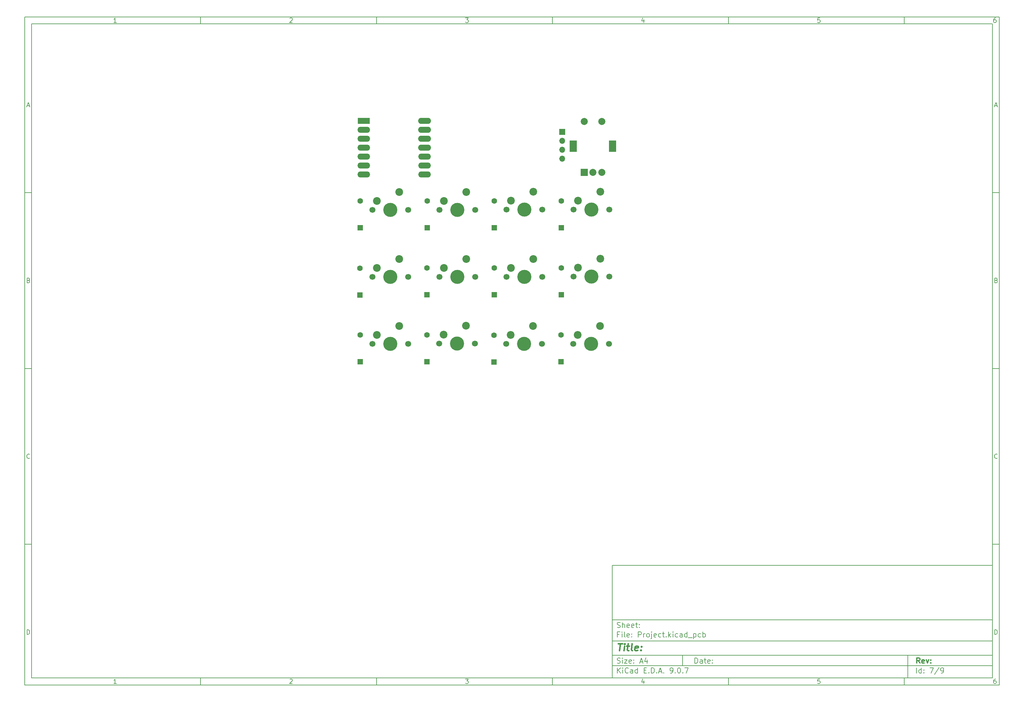
<source format=gts>
%TF.GenerationSoftware,KiCad,Pcbnew,9.0.7*%
%TF.CreationDate,2026-02-26T16:53:45+05:30*%
%TF.ProjectId,Project,50726f6a-6563-4742-9e6b-696361645f70,rev?*%
%TF.SameCoordinates,Original*%
%TF.FileFunction,Soldermask,Top*%
%TF.FilePolarity,Negative*%
%FSLAX46Y46*%
G04 Gerber Fmt 4.6, Leading zero omitted, Abs format (unit mm)*
G04 Created by KiCad (PCBNEW 9.0.7) date 2026-02-26 16:53:45*
%MOMM*%
%LPD*%
G01*
G04 APERTURE LIST*
G04 Aperture macros list*
%AMRoundRect*
0 Rectangle with rounded corners*
0 $1 Rounding radius*
0 $2 $3 $4 $5 $6 $7 $8 $9 X,Y pos of 4 corners*
0 Add a 4 corners polygon primitive as box body*
4,1,4,$2,$3,$4,$5,$6,$7,$8,$9,$2,$3,0*
0 Add four circle primitives for the rounded corners*
1,1,$1+$1,$2,$3*
1,1,$1+$1,$4,$5*
1,1,$1+$1,$6,$7*
1,1,$1+$1,$8,$9*
0 Add four rect primitives between the rounded corners*
20,1,$1+$1,$2,$3,$4,$5,0*
20,1,$1+$1,$4,$5,$6,$7,0*
20,1,$1+$1,$6,$7,$8,$9,0*
20,1,$1+$1,$8,$9,$2,$3,0*%
G04 Aperture macros list end*
%ADD10C,0.100000*%
%ADD11C,0.150000*%
%ADD12C,0.300000*%
%ADD13C,0.400000*%
%ADD14C,1.600000*%
%ADD15RoundRect,0.250000X0.550000X-0.550000X0.550000X0.550000X-0.550000X0.550000X-0.550000X-0.550000X0*%
%ADD16C,2.200000*%
%ADD17C,1.700000*%
%ADD18C,4.000000*%
%ADD19R,1.700000X1.700000*%
%ADD20O,1.700000X1.700000*%
%ADD21R,3.500000X1.700000*%
%ADD22O,3.600000X1.700000*%
%ADD23O,3.700000X1.700000*%
%ADD24R,2.000000X2.000000*%
%ADD25C,2.000000*%
%ADD26R,2.000000X3.200000*%
G04 APERTURE END LIST*
D10*
D11*
X177002200Y-166007200D02*
X285002200Y-166007200D01*
X285002200Y-198007200D01*
X177002200Y-198007200D01*
X177002200Y-166007200D01*
D10*
D11*
X10000000Y-10000000D02*
X287002200Y-10000000D01*
X287002200Y-200007200D01*
X10000000Y-200007200D01*
X10000000Y-10000000D01*
D10*
D11*
X12000000Y-12000000D02*
X285002200Y-12000000D01*
X285002200Y-198007200D01*
X12000000Y-198007200D01*
X12000000Y-12000000D01*
D10*
D11*
X60000000Y-12000000D02*
X60000000Y-10000000D01*
D10*
D11*
X110000000Y-12000000D02*
X110000000Y-10000000D01*
D10*
D11*
X160000000Y-12000000D02*
X160000000Y-10000000D01*
D10*
D11*
X210000000Y-12000000D02*
X210000000Y-10000000D01*
D10*
D11*
X260000000Y-12000000D02*
X260000000Y-10000000D01*
D10*
D11*
X36089160Y-11593604D02*
X35346303Y-11593604D01*
X35717731Y-11593604D02*
X35717731Y-10293604D01*
X35717731Y-10293604D02*
X35593922Y-10479319D01*
X35593922Y-10479319D02*
X35470112Y-10603128D01*
X35470112Y-10603128D02*
X35346303Y-10665033D01*
D10*
D11*
X85346303Y-10417414D02*
X85408207Y-10355509D01*
X85408207Y-10355509D02*
X85532017Y-10293604D01*
X85532017Y-10293604D02*
X85841541Y-10293604D01*
X85841541Y-10293604D02*
X85965350Y-10355509D01*
X85965350Y-10355509D02*
X86027255Y-10417414D01*
X86027255Y-10417414D02*
X86089160Y-10541223D01*
X86089160Y-10541223D02*
X86089160Y-10665033D01*
X86089160Y-10665033D02*
X86027255Y-10850747D01*
X86027255Y-10850747D02*
X85284398Y-11593604D01*
X85284398Y-11593604D02*
X86089160Y-11593604D01*
D10*
D11*
X135284398Y-10293604D02*
X136089160Y-10293604D01*
X136089160Y-10293604D02*
X135655826Y-10788842D01*
X135655826Y-10788842D02*
X135841541Y-10788842D01*
X135841541Y-10788842D02*
X135965350Y-10850747D01*
X135965350Y-10850747D02*
X136027255Y-10912652D01*
X136027255Y-10912652D02*
X136089160Y-11036461D01*
X136089160Y-11036461D02*
X136089160Y-11345985D01*
X136089160Y-11345985D02*
X136027255Y-11469795D01*
X136027255Y-11469795D02*
X135965350Y-11531700D01*
X135965350Y-11531700D02*
X135841541Y-11593604D01*
X135841541Y-11593604D02*
X135470112Y-11593604D01*
X135470112Y-11593604D02*
X135346303Y-11531700D01*
X135346303Y-11531700D02*
X135284398Y-11469795D01*
D10*
D11*
X185965350Y-10726938D02*
X185965350Y-11593604D01*
X185655826Y-10231700D02*
X185346303Y-11160271D01*
X185346303Y-11160271D02*
X186151064Y-11160271D01*
D10*
D11*
X236027255Y-10293604D02*
X235408207Y-10293604D01*
X235408207Y-10293604D02*
X235346303Y-10912652D01*
X235346303Y-10912652D02*
X235408207Y-10850747D01*
X235408207Y-10850747D02*
X235532017Y-10788842D01*
X235532017Y-10788842D02*
X235841541Y-10788842D01*
X235841541Y-10788842D02*
X235965350Y-10850747D01*
X235965350Y-10850747D02*
X236027255Y-10912652D01*
X236027255Y-10912652D02*
X236089160Y-11036461D01*
X236089160Y-11036461D02*
X236089160Y-11345985D01*
X236089160Y-11345985D02*
X236027255Y-11469795D01*
X236027255Y-11469795D02*
X235965350Y-11531700D01*
X235965350Y-11531700D02*
X235841541Y-11593604D01*
X235841541Y-11593604D02*
X235532017Y-11593604D01*
X235532017Y-11593604D02*
X235408207Y-11531700D01*
X235408207Y-11531700D02*
X235346303Y-11469795D01*
D10*
D11*
X285965350Y-10293604D02*
X285717731Y-10293604D01*
X285717731Y-10293604D02*
X285593922Y-10355509D01*
X285593922Y-10355509D02*
X285532017Y-10417414D01*
X285532017Y-10417414D02*
X285408207Y-10603128D01*
X285408207Y-10603128D02*
X285346303Y-10850747D01*
X285346303Y-10850747D02*
X285346303Y-11345985D01*
X285346303Y-11345985D02*
X285408207Y-11469795D01*
X285408207Y-11469795D02*
X285470112Y-11531700D01*
X285470112Y-11531700D02*
X285593922Y-11593604D01*
X285593922Y-11593604D02*
X285841541Y-11593604D01*
X285841541Y-11593604D02*
X285965350Y-11531700D01*
X285965350Y-11531700D02*
X286027255Y-11469795D01*
X286027255Y-11469795D02*
X286089160Y-11345985D01*
X286089160Y-11345985D02*
X286089160Y-11036461D01*
X286089160Y-11036461D02*
X286027255Y-10912652D01*
X286027255Y-10912652D02*
X285965350Y-10850747D01*
X285965350Y-10850747D02*
X285841541Y-10788842D01*
X285841541Y-10788842D02*
X285593922Y-10788842D01*
X285593922Y-10788842D02*
X285470112Y-10850747D01*
X285470112Y-10850747D02*
X285408207Y-10912652D01*
X285408207Y-10912652D02*
X285346303Y-11036461D01*
D10*
D11*
X60000000Y-198007200D02*
X60000000Y-200007200D01*
D10*
D11*
X110000000Y-198007200D02*
X110000000Y-200007200D01*
D10*
D11*
X160000000Y-198007200D02*
X160000000Y-200007200D01*
D10*
D11*
X210000000Y-198007200D02*
X210000000Y-200007200D01*
D10*
D11*
X260000000Y-198007200D02*
X260000000Y-200007200D01*
D10*
D11*
X36089160Y-199600804D02*
X35346303Y-199600804D01*
X35717731Y-199600804D02*
X35717731Y-198300804D01*
X35717731Y-198300804D02*
X35593922Y-198486519D01*
X35593922Y-198486519D02*
X35470112Y-198610328D01*
X35470112Y-198610328D02*
X35346303Y-198672233D01*
D10*
D11*
X85346303Y-198424614D02*
X85408207Y-198362709D01*
X85408207Y-198362709D02*
X85532017Y-198300804D01*
X85532017Y-198300804D02*
X85841541Y-198300804D01*
X85841541Y-198300804D02*
X85965350Y-198362709D01*
X85965350Y-198362709D02*
X86027255Y-198424614D01*
X86027255Y-198424614D02*
X86089160Y-198548423D01*
X86089160Y-198548423D02*
X86089160Y-198672233D01*
X86089160Y-198672233D02*
X86027255Y-198857947D01*
X86027255Y-198857947D02*
X85284398Y-199600804D01*
X85284398Y-199600804D02*
X86089160Y-199600804D01*
D10*
D11*
X135284398Y-198300804D02*
X136089160Y-198300804D01*
X136089160Y-198300804D02*
X135655826Y-198796042D01*
X135655826Y-198796042D02*
X135841541Y-198796042D01*
X135841541Y-198796042D02*
X135965350Y-198857947D01*
X135965350Y-198857947D02*
X136027255Y-198919852D01*
X136027255Y-198919852D02*
X136089160Y-199043661D01*
X136089160Y-199043661D02*
X136089160Y-199353185D01*
X136089160Y-199353185D02*
X136027255Y-199476995D01*
X136027255Y-199476995D02*
X135965350Y-199538900D01*
X135965350Y-199538900D02*
X135841541Y-199600804D01*
X135841541Y-199600804D02*
X135470112Y-199600804D01*
X135470112Y-199600804D02*
X135346303Y-199538900D01*
X135346303Y-199538900D02*
X135284398Y-199476995D01*
D10*
D11*
X185965350Y-198734138D02*
X185965350Y-199600804D01*
X185655826Y-198238900D02*
X185346303Y-199167471D01*
X185346303Y-199167471D02*
X186151064Y-199167471D01*
D10*
D11*
X236027255Y-198300804D02*
X235408207Y-198300804D01*
X235408207Y-198300804D02*
X235346303Y-198919852D01*
X235346303Y-198919852D02*
X235408207Y-198857947D01*
X235408207Y-198857947D02*
X235532017Y-198796042D01*
X235532017Y-198796042D02*
X235841541Y-198796042D01*
X235841541Y-198796042D02*
X235965350Y-198857947D01*
X235965350Y-198857947D02*
X236027255Y-198919852D01*
X236027255Y-198919852D02*
X236089160Y-199043661D01*
X236089160Y-199043661D02*
X236089160Y-199353185D01*
X236089160Y-199353185D02*
X236027255Y-199476995D01*
X236027255Y-199476995D02*
X235965350Y-199538900D01*
X235965350Y-199538900D02*
X235841541Y-199600804D01*
X235841541Y-199600804D02*
X235532017Y-199600804D01*
X235532017Y-199600804D02*
X235408207Y-199538900D01*
X235408207Y-199538900D02*
X235346303Y-199476995D01*
D10*
D11*
X285965350Y-198300804D02*
X285717731Y-198300804D01*
X285717731Y-198300804D02*
X285593922Y-198362709D01*
X285593922Y-198362709D02*
X285532017Y-198424614D01*
X285532017Y-198424614D02*
X285408207Y-198610328D01*
X285408207Y-198610328D02*
X285346303Y-198857947D01*
X285346303Y-198857947D02*
X285346303Y-199353185D01*
X285346303Y-199353185D02*
X285408207Y-199476995D01*
X285408207Y-199476995D02*
X285470112Y-199538900D01*
X285470112Y-199538900D02*
X285593922Y-199600804D01*
X285593922Y-199600804D02*
X285841541Y-199600804D01*
X285841541Y-199600804D02*
X285965350Y-199538900D01*
X285965350Y-199538900D02*
X286027255Y-199476995D01*
X286027255Y-199476995D02*
X286089160Y-199353185D01*
X286089160Y-199353185D02*
X286089160Y-199043661D01*
X286089160Y-199043661D02*
X286027255Y-198919852D01*
X286027255Y-198919852D02*
X285965350Y-198857947D01*
X285965350Y-198857947D02*
X285841541Y-198796042D01*
X285841541Y-198796042D02*
X285593922Y-198796042D01*
X285593922Y-198796042D02*
X285470112Y-198857947D01*
X285470112Y-198857947D02*
X285408207Y-198919852D01*
X285408207Y-198919852D02*
X285346303Y-199043661D01*
D10*
D11*
X10000000Y-60000000D02*
X12000000Y-60000000D01*
D10*
D11*
X10000000Y-110000000D02*
X12000000Y-110000000D01*
D10*
D11*
X10000000Y-160000000D02*
X12000000Y-160000000D01*
D10*
D11*
X10690476Y-35222176D02*
X11309523Y-35222176D01*
X10566666Y-35593604D02*
X10999999Y-34293604D01*
X10999999Y-34293604D02*
X11433333Y-35593604D01*
D10*
D11*
X11092857Y-84912652D02*
X11278571Y-84974557D01*
X11278571Y-84974557D02*
X11340476Y-85036461D01*
X11340476Y-85036461D02*
X11402380Y-85160271D01*
X11402380Y-85160271D02*
X11402380Y-85345985D01*
X11402380Y-85345985D02*
X11340476Y-85469795D01*
X11340476Y-85469795D02*
X11278571Y-85531700D01*
X11278571Y-85531700D02*
X11154761Y-85593604D01*
X11154761Y-85593604D02*
X10659523Y-85593604D01*
X10659523Y-85593604D02*
X10659523Y-84293604D01*
X10659523Y-84293604D02*
X11092857Y-84293604D01*
X11092857Y-84293604D02*
X11216666Y-84355509D01*
X11216666Y-84355509D02*
X11278571Y-84417414D01*
X11278571Y-84417414D02*
X11340476Y-84541223D01*
X11340476Y-84541223D02*
X11340476Y-84665033D01*
X11340476Y-84665033D02*
X11278571Y-84788842D01*
X11278571Y-84788842D02*
X11216666Y-84850747D01*
X11216666Y-84850747D02*
X11092857Y-84912652D01*
X11092857Y-84912652D02*
X10659523Y-84912652D01*
D10*
D11*
X11402380Y-135469795D02*
X11340476Y-135531700D01*
X11340476Y-135531700D02*
X11154761Y-135593604D01*
X11154761Y-135593604D02*
X11030952Y-135593604D01*
X11030952Y-135593604D02*
X10845238Y-135531700D01*
X10845238Y-135531700D02*
X10721428Y-135407890D01*
X10721428Y-135407890D02*
X10659523Y-135284080D01*
X10659523Y-135284080D02*
X10597619Y-135036461D01*
X10597619Y-135036461D02*
X10597619Y-134850747D01*
X10597619Y-134850747D02*
X10659523Y-134603128D01*
X10659523Y-134603128D02*
X10721428Y-134479319D01*
X10721428Y-134479319D02*
X10845238Y-134355509D01*
X10845238Y-134355509D02*
X11030952Y-134293604D01*
X11030952Y-134293604D02*
X11154761Y-134293604D01*
X11154761Y-134293604D02*
X11340476Y-134355509D01*
X11340476Y-134355509D02*
X11402380Y-134417414D01*
D10*
D11*
X10659523Y-185593604D02*
X10659523Y-184293604D01*
X10659523Y-184293604D02*
X10969047Y-184293604D01*
X10969047Y-184293604D02*
X11154761Y-184355509D01*
X11154761Y-184355509D02*
X11278571Y-184479319D01*
X11278571Y-184479319D02*
X11340476Y-184603128D01*
X11340476Y-184603128D02*
X11402380Y-184850747D01*
X11402380Y-184850747D02*
X11402380Y-185036461D01*
X11402380Y-185036461D02*
X11340476Y-185284080D01*
X11340476Y-185284080D02*
X11278571Y-185407890D01*
X11278571Y-185407890D02*
X11154761Y-185531700D01*
X11154761Y-185531700D02*
X10969047Y-185593604D01*
X10969047Y-185593604D02*
X10659523Y-185593604D01*
D10*
D11*
X287002200Y-60000000D02*
X285002200Y-60000000D01*
D10*
D11*
X287002200Y-110000000D02*
X285002200Y-110000000D01*
D10*
D11*
X287002200Y-160000000D02*
X285002200Y-160000000D01*
D10*
D11*
X285692676Y-35222176D02*
X286311723Y-35222176D01*
X285568866Y-35593604D02*
X286002199Y-34293604D01*
X286002199Y-34293604D02*
X286435533Y-35593604D01*
D10*
D11*
X286095057Y-84912652D02*
X286280771Y-84974557D01*
X286280771Y-84974557D02*
X286342676Y-85036461D01*
X286342676Y-85036461D02*
X286404580Y-85160271D01*
X286404580Y-85160271D02*
X286404580Y-85345985D01*
X286404580Y-85345985D02*
X286342676Y-85469795D01*
X286342676Y-85469795D02*
X286280771Y-85531700D01*
X286280771Y-85531700D02*
X286156961Y-85593604D01*
X286156961Y-85593604D02*
X285661723Y-85593604D01*
X285661723Y-85593604D02*
X285661723Y-84293604D01*
X285661723Y-84293604D02*
X286095057Y-84293604D01*
X286095057Y-84293604D02*
X286218866Y-84355509D01*
X286218866Y-84355509D02*
X286280771Y-84417414D01*
X286280771Y-84417414D02*
X286342676Y-84541223D01*
X286342676Y-84541223D02*
X286342676Y-84665033D01*
X286342676Y-84665033D02*
X286280771Y-84788842D01*
X286280771Y-84788842D02*
X286218866Y-84850747D01*
X286218866Y-84850747D02*
X286095057Y-84912652D01*
X286095057Y-84912652D02*
X285661723Y-84912652D01*
D10*
D11*
X286404580Y-135469795D02*
X286342676Y-135531700D01*
X286342676Y-135531700D02*
X286156961Y-135593604D01*
X286156961Y-135593604D02*
X286033152Y-135593604D01*
X286033152Y-135593604D02*
X285847438Y-135531700D01*
X285847438Y-135531700D02*
X285723628Y-135407890D01*
X285723628Y-135407890D02*
X285661723Y-135284080D01*
X285661723Y-135284080D02*
X285599819Y-135036461D01*
X285599819Y-135036461D02*
X285599819Y-134850747D01*
X285599819Y-134850747D02*
X285661723Y-134603128D01*
X285661723Y-134603128D02*
X285723628Y-134479319D01*
X285723628Y-134479319D02*
X285847438Y-134355509D01*
X285847438Y-134355509D02*
X286033152Y-134293604D01*
X286033152Y-134293604D02*
X286156961Y-134293604D01*
X286156961Y-134293604D02*
X286342676Y-134355509D01*
X286342676Y-134355509D02*
X286404580Y-134417414D01*
D10*
D11*
X285661723Y-185593604D02*
X285661723Y-184293604D01*
X285661723Y-184293604D02*
X285971247Y-184293604D01*
X285971247Y-184293604D02*
X286156961Y-184355509D01*
X286156961Y-184355509D02*
X286280771Y-184479319D01*
X286280771Y-184479319D02*
X286342676Y-184603128D01*
X286342676Y-184603128D02*
X286404580Y-184850747D01*
X286404580Y-184850747D02*
X286404580Y-185036461D01*
X286404580Y-185036461D02*
X286342676Y-185284080D01*
X286342676Y-185284080D02*
X286280771Y-185407890D01*
X286280771Y-185407890D02*
X286156961Y-185531700D01*
X286156961Y-185531700D02*
X285971247Y-185593604D01*
X285971247Y-185593604D02*
X285661723Y-185593604D01*
D10*
D11*
X200458026Y-193793328D02*
X200458026Y-192293328D01*
X200458026Y-192293328D02*
X200815169Y-192293328D01*
X200815169Y-192293328D02*
X201029455Y-192364757D01*
X201029455Y-192364757D02*
X201172312Y-192507614D01*
X201172312Y-192507614D02*
X201243741Y-192650471D01*
X201243741Y-192650471D02*
X201315169Y-192936185D01*
X201315169Y-192936185D02*
X201315169Y-193150471D01*
X201315169Y-193150471D02*
X201243741Y-193436185D01*
X201243741Y-193436185D02*
X201172312Y-193579042D01*
X201172312Y-193579042D02*
X201029455Y-193721900D01*
X201029455Y-193721900D02*
X200815169Y-193793328D01*
X200815169Y-193793328D02*
X200458026Y-193793328D01*
X202600884Y-193793328D02*
X202600884Y-193007614D01*
X202600884Y-193007614D02*
X202529455Y-192864757D01*
X202529455Y-192864757D02*
X202386598Y-192793328D01*
X202386598Y-192793328D02*
X202100884Y-192793328D01*
X202100884Y-192793328D02*
X201958026Y-192864757D01*
X202600884Y-193721900D02*
X202458026Y-193793328D01*
X202458026Y-193793328D02*
X202100884Y-193793328D01*
X202100884Y-193793328D02*
X201958026Y-193721900D01*
X201958026Y-193721900D02*
X201886598Y-193579042D01*
X201886598Y-193579042D02*
X201886598Y-193436185D01*
X201886598Y-193436185D02*
X201958026Y-193293328D01*
X201958026Y-193293328D02*
X202100884Y-193221900D01*
X202100884Y-193221900D02*
X202458026Y-193221900D01*
X202458026Y-193221900D02*
X202600884Y-193150471D01*
X203100884Y-192793328D02*
X203672312Y-192793328D01*
X203315169Y-192293328D02*
X203315169Y-193579042D01*
X203315169Y-193579042D02*
X203386598Y-193721900D01*
X203386598Y-193721900D02*
X203529455Y-193793328D01*
X203529455Y-193793328D02*
X203672312Y-193793328D01*
X204743741Y-193721900D02*
X204600884Y-193793328D01*
X204600884Y-193793328D02*
X204315170Y-193793328D01*
X204315170Y-193793328D02*
X204172312Y-193721900D01*
X204172312Y-193721900D02*
X204100884Y-193579042D01*
X204100884Y-193579042D02*
X204100884Y-193007614D01*
X204100884Y-193007614D02*
X204172312Y-192864757D01*
X204172312Y-192864757D02*
X204315170Y-192793328D01*
X204315170Y-192793328D02*
X204600884Y-192793328D01*
X204600884Y-192793328D02*
X204743741Y-192864757D01*
X204743741Y-192864757D02*
X204815170Y-193007614D01*
X204815170Y-193007614D02*
X204815170Y-193150471D01*
X204815170Y-193150471D02*
X204100884Y-193293328D01*
X205458026Y-193650471D02*
X205529455Y-193721900D01*
X205529455Y-193721900D02*
X205458026Y-193793328D01*
X205458026Y-193793328D02*
X205386598Y-193721900D01*
X205386598Y-193721900D02*
X205458026Y-193650471D01*
X205458026Y-193650471D02*
X205458026Y-193793328D01*
X205458026Y-192864757D02*
X205529455Y-192936185D01*
X205529455Y-192936185D02*
X205458026Y-193007614D01*
X205458026Y-193007614D02*
X205386598Y-192936185D01*
X205386598Y-192936185D02*
X205458026Y-192864757D01*
X205458026Y-192864757D02*
X205458026Y-193007614D01*
D10*
D11*
X177002200Y-194507200D02*
X285002200Y-194507200D01*
D10*
D11*
X178458026Y-196593328D02*
X178458026Y-195093328D01*
X179315169Y-196593328D02*
X178672312Y-195736185D01*
X179315169Y-195093328D02*
X178458026Y-195950471D01*
X179958026Y-196593328D02*
X179958026Y-195593328D01*
X179958026Y-195093328D02*
X179886598Y-195164757D01*
X179886598Y-195164757D02*
X179958026Y-195236185D01*
X179958026Y-195236185D02*
X180029455Y-195164757D01*
X180029455Y-195164757D02*
X179958026Y-195093328D01*
X179958026Y-195093328D02*
X179958026Y-195236185D01*
X181529455Y-196450471D02*
X181458027Y-196521900D01*
X181458027Y-196521900D02*
X181243741Y-196593328D01*
X181243741Y-196593328D02*
X181100884Y-196593328D01*
X181100884Y-196593328D02*
X180886598Y-196521900D01*
X180886598Y-196521900D02*
X180743741Y-196379042D01*
X180743741Y-196379042D02*
X180672312Y-196236185D01*
X180672312Y-196236185D02*
X180600884Y-195950471D01*
X180600884Y-195950471D02*
X180600884Y-195736185D01*
X180600884Y-195736185D02*
X180672312Y-195450471D01*
X180672312Y-195450471D02*
X180743741Y-195307614D01*
X180743741Y-195307614D02*
X180886598Y-195164757D01*
X180886598Y-195164757D02*
X181100884Y-195093328D01*
X181100884Y-195093328D02*
X181243741Y-195093328D01*
X181243741Y-195093328D02*
X181458027Y-195164757D01*
X181458027Y-195164757D02*
X181529455Y-195236185D01*
X182815170Y-196593328D02*
X182815170Y-195807614D01*
X182815170Y-195807614D02*
X182743741Y-195664757D01*
X182743741Y-195664757D02*
X182600884Y-195593328D01*
X182600884Y-195593328D02*
X182315170Y-195593328D01*
X182315170Y-195593328D02*
X182172312Y-195664757D01*
X182815170Y-196521900D02*
X182672312Y-196593328D01*
X182672312Y-196593328D02*
X182315170Y-196593328D01*
X182315170Y-196593328D02*
X182172312Y-196521900D01*
X182172312Y-196521900D02*
X182100884Y-196379042D01*
X182100884Y-196379042D02*
X182100884Y-196236185D01*
X182100884Y-196236185D02*
X182172312Y-196093328D01*
X182172312Y-196093328D02*
X182315170Y-196021900D01*
X182315170Y-196021900D02*
X182672312Y-196021900D01*
X182672312Y-196021900D02*
X182815170Y-195950471D01*
X184172313Y-196593328D02*
X184172313Y-195093328D01*
X184172313Y-196521900D02*
X184029455Y-196593328D01*
X184029455Y-196593328D02*
X183743741Y-196593328D01*
X183743741Y-196593328D02*
X183600884Y-196521900D01*
X183600884Y-196521900D02*
X183529455Y-196450471D01*
X183529455Y-196450471D02*
X183458027Y-196307614D01*
X183458027Y-196307614D02*
X183458027Y-195879042D01*
X183458027Y-195879042D02*
X183529455Y-195736185D01*
X183529455Y-195736185D02*
X183600884Y-195664757D01*
X183600884Y-195664757D02*
X183743741Y-195593328D01*
X183743741Y-195593328D02*
X184029455Y-195593328D01*
X184029455Y-195593328D02*
X184172313Y-195664757D01*
X186029455Y-195807614D02*
X186529455Y-195807614D01*
X186743741Y-196593328D02*
X186029455Y-196593328D01*
X186029455Y-196593328D02*
X186029455Y-195093328D01*
X186029455Y-195093328D02*
X186743741Y-195093328D01*
X187386598Y-196450471D02*
X187458027Y-196521900D01*
X187458027Y-196521900D02*
X187386598Y-196593328D01*
X187386598Y-196593328D02*
X187315170Y-196521900D01*
X187315170Y-196521900D02*
X187386598Y-196450471D01*
X187386598Y-196450471D02*
X187386598Y-196593328D01*
X188100884Y-196593328D02*
X188100884Y-195093328D01*
X188100884Y-195093328D02*
X188458027Y-195093328D01*
X188458027Y-195093328D02*
X188672313Y-195164757D01*
X188672313Y-195164757D02*
X188815170Y-195307614D01*
X188815170Y-195307614D02*
X188886599Y-195450471D01*
X188886599Y-195450471D02*
X188958027Y-195736185D01*
X188958027Y-195736185D02*
X188958027Y-195950471D01*
X188958027Y-195950471D02*
X188886599Y-196236185D01*
X188886599Y-196236185D02*
X188815170Y-196379042D01*
X188815170Y-196379042D02*
X188672313Y-196521900D01*
X188672313Y-196521900D02*
X188458027Y-196593328D01*
X188458027Y-196593328D02*
X188100884Y-196593328D01*
X189600884Y-196450471D02*
X189672313Y-196521900D01*
X189672313Y-196521900D02*
X189600884Y-196593328D01*
X189600884Y-196593328D02*
X189529456Y-196521900D01*
X189529456Y-196521900D02*
X189600884Y-196450471D01*
X189600884Y-196450471D02*
X189600884Y-196593328D01*
X190243742Y-196164757D02*
X190958028Y-196164757D01*
X190100885Y-196593328D02*
X190600885Y-195093328D01*
X190600885Y-195093328D02*
X191100885Y-196593328D01*
X191600884Y-196450471D02*
X191672313Y-196521900D01*
X191672313Y-196521900D02*
X191600884Y-196593328D01*
X191600884Y-196593328D02*
X191529456Y-196521900D01*
X191529456Y-196521900D02*
X191600884Y-196450471D01*
X191600884Y-196450471D02*
X191600884Y-196593328D01*
X193529456Y-196593328D02*
X193815170Y-196593328D01*
X193815170Y-196593328D02*
X193958027Y-196521900D01*
X193958027Y-196521900D02*
X194029456Y-196450471D01*
X194029456Y-196450471D02*
X194172313Y-196236185D01*
X194172313Y-196236185D02*
X194243742Y-195950471D01*
X194243742Y-195950471D02*
X194243742Y-195379042D01*
X194243742Y-195379042D02*
X194172313Y-195236185D01*
X194172313Y-195236185D02*
X194100885Y-195164757D01*
X194100885Y-195164757D02*
X193958027Y-195093328D01*
X193958027Y-195093328D02*
X193672313Y-195093328D01*
X193672313Y-195093328D02*
X193529456Y-195164757D01*
X193529456Y-195164757D02*
X193458027Y-195236185D01*
X193458027Y-195236185D02*
X193386599Y-195379042D01*
X193386599Y-195379042D02*
X193386599Y-195736185D01*
X193386599Y-195736185D02*
X193458027Y-195879042D01*
X193458027Y-195879042D02*
X193529456Y-195950471D01*
X193529456Y-195950471D02*
X193672313Y-196021900D01*
X193672313Y-196021900D02*
X193958027Y-196021900D01*
X193958027Y-196021900D02*
X194100885Y-195950471D01*
X194100885Y-195950471D02*
X194172313Y-195879042D01*
X194172313Y-195879042D02*
X194243742Y-195736185D01*
X194886598Y-196450471D02*
X194958027Y-196521900D01*
X194958027Y-196521900D02*
X194886598Y-196593328D01*
X194886598Y-196593328D02*
X194815170Y-196521900D01*
X194815170Y-196521900D02*
X194886598Y-196450471D01*
X194886598Y-196450471D02*
X194886598Y-196593328D01*
X195886599Y-195093328D02*
X196029456Y-195093328D01*
X196029456Y-195093328D02*
X196172313Y-195164757D01*
X196172313Y-195164757D02*
X196243742Y-195236185D01*
X196243742Y-195236185D02*
X196315170Y-195379042D01*
X196315170Y-195379042D02*
X196386599Y-195664757D01*
X196386599Y-195664757D02*
X196386599Y-196021900D01*
X196386599Y-196021900D02*
X196315170Y-196307614D01*
X196315170Y-196307614D02*
X196243742Y-196450471D01*
X196243742Y-196450471D02*
X196172313Y-196521900D01*
X196172313Y-196521900D02*
X196029456Y-196593328D01*
X196029456Y-196593328D02*
X195886599Y-196593328D01*
X195886599Y-196593328D02*
X195743742Y-196521900D01*
X195743742Y-196521900D02*
X195672313Y-196450471D01*
X195672313Y-196450471D02*
X195600884Y-196307614D01*
X195600884Y-196307614D02*
X195529456Y-196021900D01*
X195529456Y-196021900D02*
X195529456Y-195664757D01*
X195529456Y-195664757D02*
X195600884Y-195379042D01*
X195600884Y-195379042D02*
X195672313Y-195236185D01*
X195672313Y-195236185D02*
X195743742Y-195164757D01*
X195743742Y-195164757D02*
X195886599Y-195093328D01*
X197029455Y-196450471D02*
X197100884Y-196521900D01*
X197100884Y-196521900D02*
X197029455Y-196593328D01*
X197029455Y-196593328D02*
X196958027Y-196521900D01*
X196958027Y-196521900D02*
X197029455Y-196450471D01*
X197029455Y-196450471D02*
X197029455Y-196593328D01*
X197600884Y-195093328D02*
X198600884Y-195093328D01*
X198600884Y-195093328D02*
X197958027Y-196593328D01*
D10*
D11*
X177002200Y-191507200D02*
X285002200Y-191507200D01*
D10*
D12*
X264413853Y-193785528D02*
X263913853Y-193071242D01*
X263556710Y-193785528D02*
X263556710Y-192285528D01*
X263556710Y-192285528D02*
X264128139Y-192285528D01*
X264128139Y-192285528D02*
X264270996Y-192356957D01*
X264270996Y-192356957D02*
X264342425Y-192428385D01*
X264342425Y-192428385D02*
X264413853Y-192571242D01*
X264413853Y-192571242D02*
X264413853Y-192785528D01*
X264413853Y-192785528D02*
X264342425Y-192928385D01*
X264342425Y-192928385D02*
X264270996Y-192999814D01*
X264270996Y-192999814D02*
X264128139Y-193071242D01*
X264128139Y-193071242D02*
X263556710Y-193071242D01*
X265628139Y-193714100D02*
X265485282Y-193785528D01*
X265485282Y-193785528D02*
X265199568Y-193785528D01*
X265199568Y-193785528D02*
X265056710Y-193714100D01*
X265056710Y-193714100D02*
X264985282Y-193571242D01*
X264985282Y-193571242D02*
X264985282Y-192999814D01*
X264985282Y-192999814D02*
X265056710Y-192856957D01*
X265056710Y-192856957D02*
X265199568Y-192785528D01*
X265199568Y-192785528D02*
X265485282Y-192785528D01*
X265485282Y-192785528D02*
X265628139Y-192856957D01*
X265628139Y-192856957D02*
X265699568Y-192999814D01*
X265699568Y-192999814D02*
X265699568Y-193142671D01*
X265699568Y-193142671D02*
X264985282Y-193285528D01*
X266199567Y-192785528D02*
X266556710Y-193785528D01*
X266556710Y-193785528D02*
X266913853Y-192785528D01*
X267485281Y-193642671D02*
X267556710Y-193714100D01*
X267556710Y-193714100D02*
X267485281Y-193785528D01*
X267485281Y-193785528D02*
X267413853Y-193714100D01*
X267413853Y-193714100D02*
X267485281Y-193642671D01*
X267485281Y-193642671D02*
X267485281Y-193785528D01*
X267485281Y-192856957D02*
X267556710Y-192928385D01*
X267556710Y-192928385D02*
X267485281Y-192999814D01*
X267485281Y-192999814D02*
X267413853Y-192928385D01*
X267413853Y-192928385D02*
X267485281Y-192856957D01*
X267485281Y-192856957D02*
X267485281Y-192999814D01*
D10*
D11*
X178386598Y-193721900D02*
X178600884Y-193793328D01*
X178600884Y-193793328D02*
X178958026Y-193793328D01*
X178958026Y-193793328D02*
X179100884Y-193721900D01*
X179100884Y-193721900D02*
X179172312Y-193650471D01*
X179172312Y-193650471D02*
X179243741Y-193507614D01*
X179243741Y-193507614D02*
X179243741Y-193364757D01*
X179243741Y-193364757D02*
X179172312Y-193221900D01*
X179172312Y-193221900D02*
X179100884Y-193150471D01*
X179100884Y-193150471D02*
X178958026Y-193079042D01*
X178958026Y-193079042D02*
X178672312Y-193007614D01*
X178672312Y-193007614D02*
X178529455Y-192936185D01*
X178529455Y-192936185D02*
X178458026Y-192864757D01*
X178458026Y-192864757D02*
X178386598Y-192721900D01*
X178386598Y-192721900D02*
X178386598Y-192579042D01*
X178386598Y-192579042D02*
X178458026Y-192436185D01*
X178458026Y-192436185D02*
X178529455Y-192364757D01*
X178529455Y-192364757D02*
X178672312Y-192293328D01*
X178672312Y-192293328D02*
X179029455Y-192293328D01*
X179029455Y-192293328D02*
X179243741Y-192364757D01*
X179886597Y-193793328D02*
X179886597Y-192793328D01*
X179886597Y-192293328D02*
X179815169Y-192364757D01*
X179815169Y-192364757D02*
X179886597Y-192436185D01*
X179886597Y-192436185D02*
X179958026Y-192364757D01*
X179958026Y-192364757D02*
X179886597Y-192293328D01*
X179886597Y-192293328D02*
X179886597Y-192436185D01*
X180458026Y-192793328D02*
X181243741Y-192793328D01*
X181243741Y-192793328D02*
X180458026Y-193793328D01*
X180458026Y-193793328D02*
X181243741Y-193793328D01*
X182386598Y-193721900D02*
X182243741Y-193793328D01*
X182243741Y-193793328D02*
X181958027Y-193793328D01*
X181958027Y-193793328D02*
X181815169Y-193721900D01*
X181815169Y-193721900D02*
X181743741Y-193579042D01*
X181743741Y-193579042D02*
X181743741Y-193007614D01*
X181743741Y-193007614D02*
X181815169Y-192864757D01*
X181815169Y-192864757D02*
X181958027Y-192793328D01*
X181958027Y-192793328D02*
X182243741Y-192793328D01*
X182243741Y-192793328D02*
X182386598Y-192864757D01*
X182386598Y-192864757D02*
X182458027Y-193007614D01*
X182458027Y-193007614D02*
X182458027Y-193150471D01*
X182458027Y-193150471D02*
X181743741Y-193293328D01*
X183100883Y-193650471D02*
X183172312Y-193721900D01*
X183172312Y-193721900D02*
X183100883Y-193793328D01*
X183100883Y-193793328D02*
X183029455Y-193721900D01*
X183029455Y-193721900D02*
X183100883Y-193650471D01*
X183100883Y-193650471D02*
X183100883Y-193793328D01*
X183100883Y-192864757D02*
X183172312Y-192936185D01*
X183172312Y-192936185D02*
X183100883Y-193007614D01*
X183100883Y-193007614D02*
X183029455Y-192936185D01*
X183029455Y-192936185D02*
X183100883Y-192864757D01*
X183100883Y-192864757D02*
X183100883Y-193007614D01*
X184886598Y-193364757D02*
X185600884Y-193364757D01*
X184743741Y-193793328D02*
X185243741Y-192293328D01*
X185243741Y-192293328D02*
X185743741Y-193793328D01*
X186886598Y-192793328D02*
X186886598Y-193793328D01*
X186529455Y-192221900D02*
X186172312Y-193293328D01*
X186172312Y-193293328D02*
X187100883Y-193293328D01*
D10*
D11*
X263458026Y-196593328D02*
X263458026Y-195093328D01*
X264815170Y-196593328D02*
X264815170Y-195093328D01*
X264815170Y-196521900D02*
X264672312Y-196593328D01*
X264672312Y-196593328D02*
X264386598Y-196593328D01*
X264386598Y-196593328D02*
X264243741Y-196521900D01*
X264243741Y-196521900D02*
X264172312Y-196450471D01*
X264172312Y-196450471D02*
X264100884Y-196307614D01*
X264100884Y-196307614D02*
X264100884Y-195879042D01*
X264100884Y-195879042D02*
X264172312Y-195736185D01*
X264172312Y-195736185D02*
X264243741Y-195664757D01*
X264243741Y-195664757D02*
X264386598Y-195593328D01*
X264386598Y-195593328D02*
X264672312Y-195593328D01*
X264672312Y-195593328D02*
X264815170Y-195664757D01*
X265529455Y-196450471D02*
X265600884Y-196521900D01*
X265600884Y-196521900D02*
X265529455Y-196593328D01*
X265529455Y-196593328D02*
X265458027Y-196521900D01*
X265458027Y-196521900D02*
X265529455Y-196450471D01*
X265529455Y-196450471D02*
X265529455Y-196593328D01*
X265529455Y-195664757D02*
X265600884Y-195736185D01*
X265600884Y-195736185D02*
X265529455Y-195807614D01*
X265529455Y-195807614D02*
X265458027Y-195736185D01*
X265458027Y-195736185D02*
X265529455Y-195664757D01*
X265529455Y-195664757D02*
X265529455Y-195807614D01*
X267243741Y-195093328D02*
X268243741Y-195093328D01*
X268243741Y-195093328D02*
X267600884Y-196593328D01*
X269886598Y-195021900D02*
X268600884Y-196950471D01*
X270458027Y-196593328D02*
X270743741Y-196593328D01*
X270743741Y-196593328D02*
X270886598Y-196521900D01*
X270886598Y-196521900D02*
X270958027Y-196450471D01*
X270958027Y-196450471D02*
X271100884Y-196236185D01*
X271100884Y-196236185D02*
X271172313Y-195950471D01*
X271172313Y-195950471D02*
X271172313Y-195379042D01*
X271172313Y-195379042D02*
X271100884Y-195236185D01*
X271100884Y-195236185D02*
X271029456Y-195164757D01*
X271029456Y-195164757D02*
X270886598Y-195093328D01*
X270886598Y-195093328D02*
X270600884Y-195093328D01*
X270600884Y-195093328D02*
X270458027Y-195164757D01*
X270458027Y-195164757D02*
X270386598Y-195236185D01*
X270386598Y-195236185D02*
X270315170Y-195379042D01*
X270315170Y-195379042D02*
X270315170Y-195736185D01*
X270315170Y-195736185D02*
X270386598Y-195879042D01*
X270386598Y-195879042D02*
X270458027Y-195950471D01*
X270458027Y-195950471D02*
X270600884Y-196021900D01*
X270600884Y-196021900D02*
X270886598Y-196021900D01*
X270886598Y-196021900D02*
X271029456Y-195950471D01*
X271029456Y-195950471D02*
X271100884Y-195879042D01*
X271100884Y-195879042D02*
X271172313Y-195736185D01*
D10*
D11*
X177002200Y-187507200D02*
X285002200Y-187507200D01*
D10*
D13*
X178693928Y-188211638D02*
X179836785Y-188211638D01*
X179015357Y-190211638D02*
X179265357Y-188211638D01*
X180253452Y-190211638D02*
X180420119Y-188878304D01*
X180503452Y-188211638D02*
X180396309Y-188306876D01*
X180396309Y-188306876D02*
X180479643Y-188402114D01*
X180479643Y-188402114D02*
X180586786Y-188306876D01*
X180586786Y-188306876D02*
X180503452Y-188211638D01*
X180503452Y-188211638D02*
X180479643Y-188402114D01*
X181086786Y-188878304D02*
X181848690Y-188878304D01*
X181455833Y-188211638D02*
X181241548Y-189925923D01*
X181241548Y-189925923D02*
X181312976Y-190116400D01*
X181312976Y-190116400D02*
X181491548Y-190211638D01*
X181491548Y-190211638D02*
X181682024Y-190211638D01*
X182634405Y-190211638D02*
X182455833Y-190116400D01*
X182455833Y-190116400D02*
X182384405Y-189925923D01*
X182384405Y-189925923D02*
X182598690Y-188211638D01*
X184170119Y-190116400D02*
X183967738Y-190211638D01*
X183967738Y-190211638D02*
X183586785Y-190211638D01*
X183586785Y-190211638D02*
X183408214Y-190116400D01*
X183408214Y-190116400D02*
X183336785Y-189925923D01*
X183336785Y-189925923D02*
X183432024Y-189164019D01*
X183432024Y-189164019D02*
X183551071Y-188973542D01*
X183551071Y-188973542D02*
X183753452Y-188878304D01*
X183753452Y-188878304D02*
X184134404Y-188878304D01*
X184134404Y-188878304D02*
X184312976Y-188973542D01*
X184312976Y-188973542D02*
X184384404Y-189164019D01*
X184384404Y-189164019D02*
X184360595Y-189354495D01*
X184360595Y-189354495D02*
X183384404Y-189544971D01*
X185134405Y-190021161D02*
X185217738Y-190116400D01*
X185217738Y-190116400D02*
X185110595Y-190211638D01*
X185110595Y-190211638D02*
X185027262Y-190116400D01*
X185027262Y-190116400D02*
X185134405Y-190021161D01*
X185134405Y-190021161D02*
X185110595Y-190211638D01*
X185265357Y-188973542D02*
X185348690Y-189068780D01*
X185348690Y-189068780D02*
X185241548Y-189164019D01*
X185241548Y-189164019D02*
X185158214Y-189068780D01*
X185158214Y-189068780D02*
X185265357Y-188973542D01*
X185265357Y-188973542D02*
X185241548Y-189164019D01*
D10*
D11*
X178958026Y-185607614D02*
X178458026Y-185607614D01*
X178458026Y-186393328D02*
X178458026Y-184893328D01*
X178458026Y-184893328D02*
X179172312Y-184893328D01*
X179743740Y-186393328D02*
X179743740Y-185393328D01*
X179743740Y-184893328D02*
X179672312Y-184964757D01*
X179672312Y-184964757D02*
X179743740Y-185036185D01*
X179743740Y-185036185D02*
X179815169Y-184964757D01*
X179815169Y-184964757D02*
X179743740Y-184893328D01*
X179743740Y-184893328D02*
X179743740Y-185036185D01*
X180672312Y-186393328D02*
X180529455Y-186321900D01*
X180529455Y-186321900D02*
X180458026Y-186179042D01*
X180458026Y-186179042D02*
X180458026Y-184893328D01*
X181815169Y-186321900D02*
X181672312Y-186393328D01*
X181672312Y-186393328D02*
X181386598Y-186393328D01*
X181386598Y-186393328D02*
X181243740Y-186321900D01*
X181243740Y-186321900D02*
X181172312Y-186179042D01*
X181172312Y-186179042D02*
X181172312Y-185607614D01*
X181172312Y-185607614D02*
X181243740Y-185464757D01*
X181243740Y-185464757D02*
X181386598Y-185393328D01*
X181386598Y-185393328D02*
X181672312Y-185393328D01*
X181672312Y-185393328D02*
X181815169Y-185464757D01*
X181815169Y-185464757D02*
X181886598Y-185607614D01*
X181886598Y-185607614D02*
X181886598Y-185750471D01*
X181886598Y-185750471D02*
X181172312Y-185893328D01*
X182529454Y-186250471D02*
X182600883Y-186321900D01*
X182600883Y-186321900D02*
X182529454Y-186393328D01*
X182529454Y-186393328D02*
X182458026Y-186321900D01*
X182458026Y-186321900D02*
X182529454Y-186250471D01*
X182529454Y-186250471D02*
X182529454Y-186393328D01*
X182529454Y-185464757D02*
X182600883Y-185536185D01*
X182600883Y-185536185D02*
X182529454Y-185607614D01*
X182529454Y-185607614D02*
X182458026Y-185536185D01*
X182458026Y-185536185D02*
X182529454Y-185464757D01*
X182529454Y-185464757D02*
X182529454Y-185607614D01*
X184386597Y-186393328D02*
X184386597Y-184893328D01*
X184386597Y-184893328D02*
X184958026Y-184893328D01*
X184958026Y-184893328D02*
X185100883Y-184964757D01*
X185100883Y-184964757D02*
X185172312Y-185036185D01*
X185172312Y-185036185D02*
X185243740Y-185179042D01*
X185243740Y-185179042D02*
X185243740Y-185393328D01*
X185243740Y-185393328D02*
X185172312Y-185536185D01*
X185172312Y-185536185D02*
X185100883Y-185607614D01*
X185100883Y-185607614D02*
X184958026Y-185679042D01*
X184958026Y-185679042D02*
X184386597Y-185679042D01*
X185886597Y-186393328D02*
X185886597Y-185393328D01*
X185886597Y-185679042D02*
X185958026Y-185536185D01*
X185958026Y-185536185D02*
X186029455Y-185464757D01*
X186029455Y-185464757D02*
X186172312Y-185393328D01*
X186172312Y-185393328D02*
X186315169Y-185393328D01*
X187029454Y-186393328D02*
X186886597Y-186321900D01*
X186886597Y-186321900D02*
X186815168Y-186250471D01*
X186815168Y-186250471D02*
X186743740Y-186107614D01*
X186743740Y-186107614D02*
X186743740Y-185679042D01*
X186743740Y-185679042D02*
X186815168Y-185536185D01*
X186815168Y-185536185D02*
X186886597Y-185464757D01*
X186886597Y-185464757D02*
X187029454Y-185393328D01*
X187029454Y-185393328D02*
X187243740Y-185393328D01*
X187243740Y-185393328D02*
X187386597Y-185464757D01*
X187386597Y-185464757D02*
X187458026Y-185536185D01*
X187458026Y-185536185D02*
X187529454Y-185679042D01*
X187529454Y-185679042D02*
X187529454Y-186107614D01*
X187529454Y-186107614D02*
X187458026Y-186250471D01*
X187458026Y-186250471D02*
X187386597Y-186321900D01*
X187386597Y-186321900D02*
X187243740Y-186393328D01*
X187243740Y-186393328D02*
X187029454Y-186393328D01*
X188172311Y-185393328D02*
X188172311Y-186679042D01*
X188172311Y-186679042D02*
X188100883Y-186821900D01*
X188100883Y-186821900D02*
X187958026Y-186893328D01*
X187958026Y-186893328D02*
X187886597Y-186893328D01*
X188172311Y-184893328D02*
X188100883Y-184964757D01*
X188100883Y-184964757D02*
X188172311Y-185036185D01*
X188172311Y-185036185D02*
X188243740Y-184964757D01*
X188243740Y-184964757D02*
X188172311Y-184893328D01*
X188172311Y-184893328D02*
X188172311Y-185036185D01*
X189458026Y-186321900D02*
X189315169Y-186393328D01*
X189315169Y-186393328D02*
X189029455Y-186393328D01*
X189029455Y-186393328D02*
X188886597Y-186321900D01*
X188886597Y-186321900D02*
X188815169Y-186179042D01*
X188815169Y-186179042D02*
X188815169Y-185607614D01*
X188815169Y-185607614D02*
X188886597Y-185464757D01*
X188886597Y-185464757D02*
X189029455Y-185393328D01*
X189029455Y-185393328D02*
X189315169Y-185393328D01*
X189315169Y-185393328D02*
X189458026Y-185464757D01*
X189458026Y-185464757D02*
X189529455Y-185607614D01*
X189529455Y-185607614D02*
X189529455Y-185750471D01*
X189529455Y-185750471D02*
X188815169Y-185893328D01*
X190815169Y-186321900D02*
X190672311Y-186393328D01*
X190672311Y-186393328D02*
X190386597Y-186393328D01*
X190386597Y-186393328D02*
X190243740Y-186321900D01*
X190243740Y-186321900D02*
X190172311Y-186250471D01*
X190172311Y-186250471D02*
X190100883Y-186107614D01*
X190100883Y-186107614D02*
X190100883Y-185679042D01*
X190100883Y-185679042D02*
X190172311Y-185536185D01*
X190172311Y-185536185D02*
X190243740Y-185464757D01*
X190243740Y-185464757D02*
X190386597Y-185393328D01*
X190386597Y-185393328D02*
X190672311Y-185393328D01*
X190672311Y-185393328D02*
X190815169Y-185464757D01*
X191243740Y-185393328D02*
X191815168Y-185393328D01*
X191458025Y-184893328D02*
X191458025Y-186179042D01*
X191458025Y-186179042D02*
X191529454Y-186321900D01*
X191529454Y-186321900D02*
X191672311Y-186393328D01*
X191672311Y-186393328D02*
X191815168Y-186393328D01*
X192315168Y-186250471D02*
X192386597Y-186321900D01*
X192386597Y-186321900D02*
X192315168Y-186393328D01*
X192315168Y-186393328D02*
X192243740Y-186321900D01*
X192243740Y-186321900D02*
X192315168Y-186250471D01*
X192315168Y-186250471D02*
X192315168Y-186393328D01*
X193029454Y-186393328D02*
X193029454Y-184893328D01*
X193172312Y-185821900D02*
X193600883Y-186393328D01*
X193600883Y-185393328D02*
X193029454Y-185964757D01*
X194243740Y-186393328D02*
X194243740Y-185393328D01*
X194243740Y-184893328D02*
X194172312Y-184964757D01*
X194172312Y-184964757D02*
X194243740Y-185036185D01*
X194243740Y-185036185D02*
X194315169Y-184964757D01*
X194315169Y-184964757D02*
X194243740Y-184893328D01*
X194243740Y-184893328D02*
X194243740Y-185036185D01*
X195600884Y-186321900D02*
X195458026Y-186393328D01*
X195458026Y-186393328D02*
X195172312Y-186393328D01*
X195172312Y-186393328D02*
X195029455Y-186321900D01*
X195029455Y-186321900D02*
X194958026Y-186250471D01*
X194958026Y-186250471D02*
X194886598Y-186107614D01*
X194886598Y-186107614D02*
X194886598Y-185679042D01*
X194886598Y-185679042D02*
X194958026Y-185536185D01*
X194958026Y-185536185D02*
X195029455Y-185464757D01*
X195029455Y-185464757D02*
X195172312Y-185393328D01*
X195172312Y-185393328D02*
X195458026Y-185393328D01*
X195458026Y-185393328D02*
X195600884Y-185464757D01*
X196886598Y-186393328D02*
X196886598Y-185607614D01*
X196886598Y-185607614D02*
X196815169Y-185464757D01*
X196815169Y-185464757D02*
X196672312Y-185393328D01*
X196672312Y-185393328D02*
X196386598Y-185393328D01*
X196386598Y-185393328D02*
X196243740Y-185464757D01*
X196886598Y-186321900D02*
X196743740Y-186393328D01*
X196743740Y-186393328D02*
X196386598Y-186393328D01*
X196386598Y-186393328D02*
X196243740Y-186321900D01*
X196243740Y-186321900D02*
X196172312Y-186179042D01*
X196172312Y-186179042D02*
X196172312Y-186036185D01*
X196172312Y-186036185D02*
X196243740Y-185893328D01*
X196243740Y-185893328D02*
X196386598Y-185821900D01*
X196386598Y-185821900D02*
X196743740Y-185821900D01*
X196743740Y-185821900D02*
X196886598Y-185750471D01*
X198243741Y-186393328D02*
X198243741Y-184893328D01*
X198243741Y-186321900D02*
X198100883Y-186393328D01*
X198100883Y-186393328D02*
X197815169Y-186393328D01*
X197815169Y-186393328D02*
X197672312Y-186321900D01*
X197672312Y-186321900D02*
X197600883Y-186250471D01*
X197600883Y-186250471D02*
X197529455Y-186107614D01*
X197529455Y-186107614D02*
X197529455Y-185679042D01*
X197529455Y-185679042D02*
X197600883Y-185536185D01*
X197600883Y-185536185D02*
X197672312Y-185464757D01*
X197672312Y-185464757D02*
X197815169Y-185393328D01*
X197815169Y-185393328D02*
X198100883Y-185393328D01*
X198100883Y-185393328D02*
X198243741Y-185464757D01*
X198600884Y-186536185D02*
X199743741Y-186536185D01*
X200100883Y-185393328D02*
X200100883Y-186893328D01*
X200100883Y-185464757D02*
X200243741Y-185393328D01*
X200243741Y-185393328D02*
X200529455Y-185393328D01*
X200529455Y-185393328D02*
X200672312Y-185464757D01*
X200672312Y-185464757D02*
X200743741Y-185536185D01*
X200743741Y-185536185D02*
X200815169Y-185679042D01*
X200815169Y-185679042D02*
X200815169Y-186107614D01*
X200815169Y-186107614D02*
X200743741Y-186250471D01*
X200743741Y-186250471D02*
X200672312Y-186321900D01*
X200672312Y-186321900D02*
X200529455Y-186393328D01*
X200529455Y-186393328D02*
X200243741Y-186393328D01*
X200243741Y-186393328D02*
X200100883Y-186321900D01*
X202100884Y-186321900D02*
X201958026Y-186393328D01*
X201958026Y-186393328D02*
X201672312Y-186393328D01*
X201672312Y-186393328D02*
X201529455Y-186321900D01*
X201529455Y-186321900D02*
X201458026Y-186250471D01*
X201458026Y-186250471D02*
X201386598Y-186107614D01*
X201386598Y-186107614D02*
X201386598Y-185679042D01*
X201386598Y-185679042D02*
X201458026Y-185536185D01*
X201458026Y-185536185D02*
X201529455Y-185464757D01*
X201529455Y-185464757D02*
X201672312Y-185393328D01*
X201672312Y-185393328D02*
X201958026Y-185393328D01*
X201958026Y-185393328D02*
X202100884Y-185464757D01*
X202743740Y-186393328D02*
X202743740Y-184893328D01*
X202743740Y-185464757D02*
X202886598Y-185393328D01*
X202886598Y-185393328D02*
X203172312Y-185393328D01*
X203172312Y-185393328D02*
X203315169Y-185464757D01*
X203315169Y-185464757D02*
X203386598Y-185536185D01*
X203386598Y-185536185D02*
X203458026Y-185679042D01*
X203458026Y-185679042D02*
X203458026Y-186107614D01*
X203458026Y-186107614D02*
X203386598Y-186250471D01*
X203386598Y-186250471D02*
X203315169Y-186321900D01*
X203315169Y-186321900D02*
X203172312Y-186393328D01*
X203172312Y-186393328D02*
X202886598Y-186393328D01*
X202886598Y-186393328D02*
X202743740Y-186321900D01*
D10*
D11*
X177002200Y-181507200D02*
X285002200Y-181507200D01*
D10*
D11*
X178386598Y-183621900D02*
X178600884Y-183693328D01*
X178600884Y-183693328D02*
X178958026Y-183693328D01*
X178958026Y-183693328D02*
X179100884Y-183621900D01*
X179100884Y-183621900D02*
X179172312Y-183550471D01*
X179172312Y-183550471D02*
X179243741Y-183407614D01*
X179243741Y-183407614D02*
X179243741Y-183264757D01*
X179243741Y-183264757D02*
X179172312Y-183121900D01*
X179172312Y-183121900D02*
X179100884Y-183050471D01*
X179100884Y-183050471D02*
X178958026Y-182979042D01*
X178958026Y-182979042D02*
X178672312Y-182907614D01*
X178672312Y-182907614D02*
X178529455Y-182836185D01*
X178529455Y-182836185D02*
X178458026Y-182764757D01*
X178458026Y-182764757D02*
X178386598Y-182621900D01*
X178386598Y-182621900D02*
X178386598Y-182479042D01*
X178386598Y-182479042D02*
X178458026Y-182336185D01*
X178458026Y-182336185D02*
X178529455Y-182264757D01*
X178529455Y-182264757D02*
X178672312Y-182193328D01*
X178672312Y-182193328D02*
X179029455Y-182193328D01*
X179029455Y-182193328D02*
X179243741Y-182264757D01*
X179886597Y-183693328D02*
X179886597Y-182193328D01*
X180529455Y-183693328D02*
X180529455Y-182907614D01*
X180529455Y-182907614D02*
X180458026Y-182764757D01*
X180458026Y-182764757D02*
X180315169Y-182693328D01*
X180315169Y-182693328D02*
X180100883Y-182693328D01*
X180100883Y-182693328D02*
X179958026Y-182764757D01*
X179958026Y-182764757D02*
X179886597Y-182836185D01*
X181815169Y-183621900D02*
X181672312Y-183693328D01*
X181672312Y-183693328D02*
X181386598Y-183693328D01*
X181386598Y-183693328D02*
X181243740Y-183621900D01*
X181243740Y-183621900D02*
X181172312Y-183479042D01*
X181172312Y-183479042D02*
X181172312Y-182907614D01*
X181172312Y-182907614D02*
X181243740Y-182764757D01*
X181243740Y-182764757D02*
X181386598Y-182693328D01*
X181386598Y-182693328D02*
X181672312Y-182693328D01*
X181672312Y-182693328D02*
X181815169Y-182764757D01*
X181815169Y-182764757D02*
X181886598Y-182907614D01*
X181886598Y-182907614D02*
X181886598Y-183050471D01*
X181886598Y-183050471D02*
X181172312Y-183193328D01*
X183100883Y-183621900D02*
X182958026Y-183693328D01*
X182958026Y-183693328D02*
X182672312Y-183693328D01*
X182672312Y-183693328D02*
X182529454Y-183621900D01*
X182529454Y-183621900D02*
X182458026Y-183479042D01*
X182458026Y-183479042D02*
X182458026Y-182907614D01*
X182458026Y-182907614D02*
X182529454Y-182764757D01*
X182529454Y-182764757D02*
X182672312Y-182693328D01*
X182672312Y-182693328D02*
X182958026Y-182693328D01*
X182958026Y-182693328D02*
X183100883Y-182764757D01*
X183100883Y-182764757D02*
X183172312Y-182907614D01*
X183172312Y-182907614D02*
X183172312Y-183050471D01*
X183172312Y-183050471D02*
X182458026Y-183193328D01*
X183600883Y-182693328D02*
X184172311Y-182693328D01*
X183815168Y-182193328D02*
X183815168Y-183479042D01*
X183815168Y-183479042D02*
X183886597Y-183621900D01*
X183886597Y-183621900D02*
X184029454Y-183693328D01*
X184029454Y-183693328D02*
X184172311Y-183693328D01*
X184672311Y-183550471D02*
X184743740Y-183621900D01*
X184743740Y-183621900D02*
X184672311Y-183693328D01*
X184672311Y-183693328D02*
X184600883Y-183621900D01*
X184600883Y-183621900D02*
X184672311Y-183550471D01*
X184672311Y-183550471D02*
X184672311Y-183693328D01*
X184672311Y-182764757D02*
X184743740Y-182836185D01*
X184743740Y-182836185D02*
X184672311Y-182907614D01*
X184672311Y-182907614D02*
X184600883Y-182836185D01*
X184600883Y-182836185D02*
X184672311Y-182764757D01*
X184672311Y-182764757D02*
X184672311Y-182907614D01*
D10*
D11*
X197002200Y-191507200D02*
X197002200Y-194507200D01*
D10*
D11*
X261002200Y-191507200D02*
X261002200Y-198007200D01*
D14*
%TO.C,D2*%
X105305346Y-81506663D03*
D15*
X105305346Y-89126663D03*
%TD*%
%TO.C,D3*%
X105320648Y-108063487D03*
D14*
X105320648Y-100443487D03*
%TD*%
%TO.C,D9*%
X143380000Y-100490000D03*
D15*
X143380000Y-108110000D03*
%TD*%
D14*
%TO.C,D5*%
X124340000Y-81420000D03*
D15*
X124340000Y-89040000D03*
%TD*%
D14*
%TO.C,D7*%
X143440397Y-62319999D03*
D15*
X143440397Y-69939999D03*
%TD*%
D14*
%TO.C,D4*%
X124392019Y-62335231D03*
D15*
X124392019Y-69955231D03*
%TD*%
D14*
%TO.C,D6*%
X124330000Y-100410000D03*
D15*
X124330000Y-108030000D03*
%TD*%
D14*
%TO.C,D8*%
X143438068Y-81402911D03*
D15*
X143438068Y-89022911D03*
%TD*%
D14*
%TO.C,D11*%
X162490000Y-81360000D03*
D15*
X162490000Y-88980000D03*
%TD*%
D14*
%TO.C,D12*%
X162402500Y-100460000D03*
D15*
X162402500Y-108080000D03*
%TD*%
D14*
%TO.C,D10*%
X162487005Y-62377777D03*
D15*
X162487005Y-69997777D03*
%TD*%
%TO.C,D1*%
X105331350Y-69959840D03*
D14*
X105331350Y-62339840D03*
%TD*%
D16*
%TO.C,SW3*%
X110088861Y-100423487D03*
X116438861Y-97883487D03*
D17*
X118978861Y-102963487D03*
D18*
X113898861Y-102963487D03*
D17*
X108818861Y-102963487D03*
%TD*%
%TO.C,SW5*%
X127840000Y-83940000D03*
D18*
X132920000Y-83940000D03*
D17*
X138000000Y-83940000D03*
D16*
X135460000Y-78860000D03*
X129110000Y-81400000D03*
%TD*%
D17*
%TO.C,SW2*%
X108821412Y-83903638D03*
D18*
X113901412Y-83903638D03*
D17*
X118981412Y-83903638D03*
D16*
X116441412Y-78823638D03*
X110091412Y-81363638D03*
%TD*%
D17*
%TO.C,SW9*%
X146878770Y-103001230D03*
D18*
X151958770Y-103001230D03*
D17*
X157038770Y-103001230D03*
D16*
X154498770Y-97921230D03*
X148148770Y-100461230D03*
%TD*%
D17*
%TO.C,SW10*%
X165982737Y-64838559D03*
D18*
X171062737Y-64838559D03*
D17*
X176142737Y-64838559D03*
D16*
X173602737Y-59758559D03*
X167252737Y-62298559D03*
%TD*%
D19*
%TO.C,J1*%
X162745000Y-42665000D03*
D20*
X162745000Y-45205000D03*
X162745000Y-47745000D03*
X162745000Y-50285000D03*
%TD*%
D17*
%TO.C,SW8*%
X146934033Y-83912144D03*
D18*
X152014033Y-83912144D03*
D17*
X157094033Y-83912144D03*
D16*
X154554033Y-78832144D03*
X148204033Y-81372144D03*
%TD*%
D17*
%TO.C,SW4*%
X127901541Y-64858357D03*
D18*
X132981541Y-64858357D03*
D17*
X138061541Y-64858357D03*
D16*
X135521541Y-59778357D03*
X129171541Y-62318357D03*
%TD*%
D17*
%TO.C,SW12*%
X165912616Y-102964537D03*
D18*
X170992616Y-102964537D03*
D17*
X176072616Y-102964537D03*
D16*
X173532616Y-97884537D03*
X167182616Y-100424537D03*
%TD*%
D21*
%TO.C,U1*%
X106370000Y-39580000D03*
D22*
X106370000Y-42120000D03*
X106370000Y-44660000D03*
X106370000Y-47200000D03*
X106370000Y-49740000D03*
X106370000Y-52280000D03*
X106370000Y-54820000D03*
X123620000Y-54820000D03*
X123620000Y-52280000D03*
X123620000Y-49740000D03*
D23*
X123620000Y-47200000D03*
X123620000Y-44660000D03*
X123620000Y-42120000D03*
X123620000Y-39580000D03*
%TD*%
D24*
%TO.C,SW13*%
X169000000Y-54250000D03*
D25*
X174000000Y-54250000D03*
X171500000Y-54250000D03*
D26*
X165900000Y-46750000D03*
X177100000Y-46750000D03*
D25*
X174000000Y-39750000D03*
X169000000Y-39750000D03*
%TD*%
D17*
%TO.C,SW11*%
X165997431Y-83874908D03*
D18*
X171077431Y-83874908D03*
D17*
X176157431Y-83874908D03*
D16*
X173617431Y-78794908D03*
X167267431Y-81334908D03*
%TD*%
D17*
%TO.C,SW7*%
X146940000Y-64840000D03*
D18*
X152020000Y-64840000D03*
D17*
X157100000Y-64840000D03*
D16*
X154560000Y-59760000D03*
X148210000Y-62300000D03*
%TD*%
D17*
%TO.C,SW6*%
X127830000Y-102930000D03*
D18*
X132910000Y-102930000D03*
D17*
X137990000Y-102930000D03*
D16*
X135450000Y-97850000D03*
X129100000Y-100390000D03*
%TD*%
D17*
%TO.C,SW1*%
X108840000Y-64860000D03*
D18*
X113920000Y-64860000D03*
D17*
X119000000Y-64860000D03*
D16*
X116460000Y-59780000D03*
X110110000Y-62320000D03*
%TD*%
M02*

</source>
